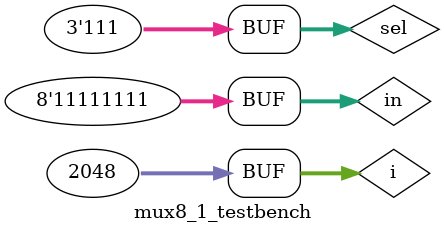
<source format=sv>
module mux8_1 (sel, in, out);

	input logic [2:0] sel;
	input logic [7:0] in;
	output logic out;
	
	logic a1, a0;
	
	mux4_1 m0 (.sel(sel[1:0]), .in(in[3:0]), .out(a0));
	mux4_1 m1 (.sel(sel[1:0]), .in(in[7:4]), .out(a1));
	
	mux2_1 m_msb (.sel(sel[2]), .in({a1, a0}), .out);

endmodule

module mux8_1_testbench ();

	logic [2:0] sel;
	logic [7:0] in;
	logic out;
	
	mux8_1 dut (.*);
	
	integer i;
	
	initial begin
		for(i=0; i<2048; i++) begin
			{sel, in} = i; #10;
		end
	end

endmodule

</source>
